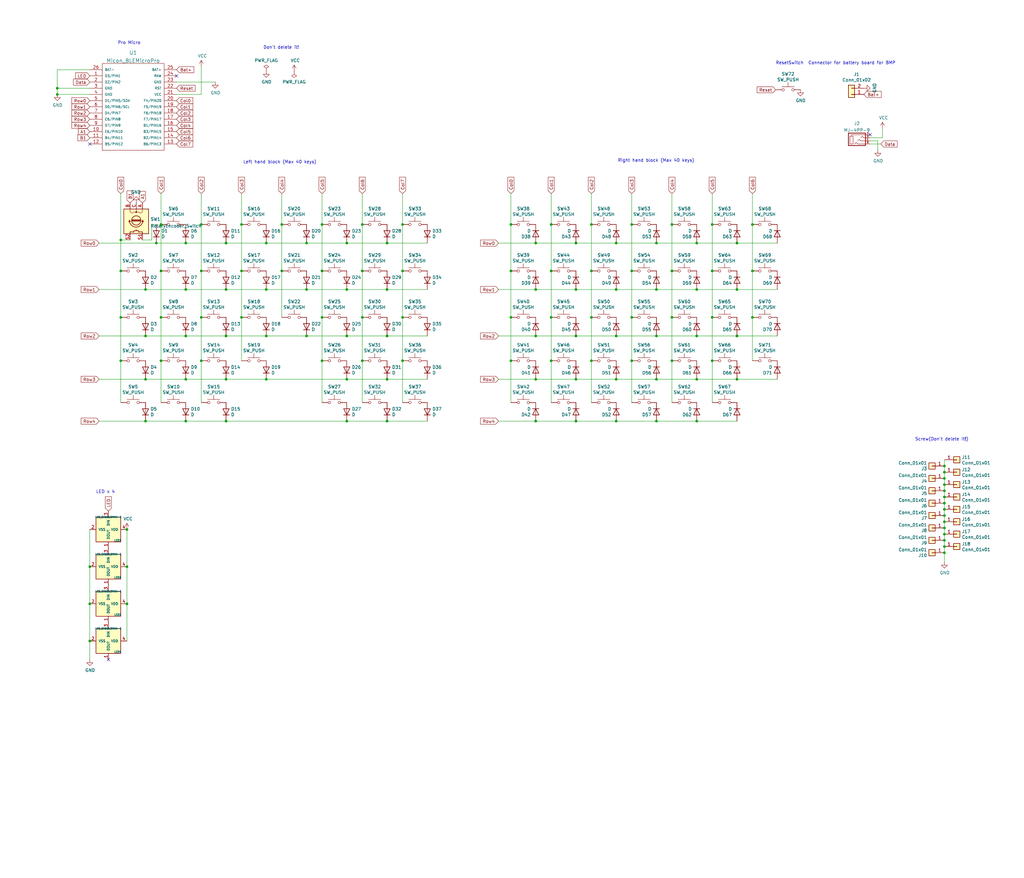
<source format=kicad_sch>
(kicad_sch (version 20211123) (generator eeschema)
  (paper "User" 419.989 360.045)
  (junction (at 226.06 147.955))
  (junction (at 132.08 111.125))
  (junction (at 82.55 92.075))
  (junction (at 109.22 118.745))
  (junction (at 219.71 155.575))
  (junction (at 387.35 191.135))
  (junction (at 275.59 111.125))
  (junction (at 387.35 224.155))
  (junction (at 125.73 118.745))
  (junction (at 292.1 111.125))
  (junction (at 387.35 213.995))
  (junction (at 387.35 221.615))
  (junction (at 275.59 130.175))
  (junction (at 252.73 137.795))
  (junction (at 252.73 155.575))
  (junction (at 242.57 92.075))
  (junction (at 158.75 137.795))
  (junction (at 148.59 147.955))
  (junction (at 387.35 206.375))
  (junction (at 148.59 92.075))
  (junction (at 285.75 137.795))
  (junction (at 142.24 172.72))
  (junction (at 109.22 99.695))
  (junction (at 292.1 130.175))
  (junction (at 269.24 137.795))
  (junction (at 259.08 147.955))
  (junction (at 99.06 111.125))
  (junction (at 59.69 172.72))
  (junction (at 132.08 92.075))
  (junction (at 226.06 111.125))
  (junction (at 219.71 172.72))
  (junction (at 285.75 99.695))
  (junction (at 242.57 111.125))
  (junction (at 66.04 130.175))
  (junction (at 387.35 196.215))
  (junction (at 92.71 118.745))
  (junction (at 209.55 92.075))
  (junction (at 252.73 172.72))
  (junction (at 242.57 130.175))
  (junction (at 76.2 155.575))
  (junction (at 132.08 147.955))
  (junction (at 125.73 99.695))
  (junction (at 292.1 147.955))
  (junction (at 92.71 99.695))
  (junction (at 66.04 111.125))
  (junction (at 275.59 147.955))
  (junction (at 269.24 99.695))
  (junction (at 49.53 130.175))
  (junction (at 165.1 92.075))
  (junction (at 148.59 111.125))
  (junction (at 92.71 137.795))
  (junction (at 165.1 111.125))
  (junction (at 302.26 155.575))
  (junction (at 236.22 137.795))
  (junction (at 66.04 92.075))
  (junction (at 226.06 130.175))
  (junction (at 226.06 92.075))
  (junction (at 64.135 99.695))
  (junction (at 59.69 155.575))
  (junction (at 209.55 147.955))
  (junction (at 109.22 155.575))
  (junction (at 36.83 262.89))
  (junction (at 92.71 155.575))
  (junction (at 82.55 147.955))
  (junction (at 158.75 172.72))
  (junction (at 236.22 99.695))
  (junction (at 269.24 172.72))
  (junction (at 165.1 130.175))
  (junction (at 76.2 137.795))
  (junction (at 52.07 232.41))
  (junction (at 236.22 172.72))
  (junction (at 142.24 137.795))
  (junction (at 36.83 247.65))
  (junction (at 387.35 201.295))
  (junction (at 308.61 130.175))
  (junction (at 242.57 147.955))
  (junction (at 269.24 155.575))
  (junction (at 302.26 99.695))
  (junction (at 302.26 137.795))
  (junction (at 158.75 118.745))
  (junction (at 115.57 92.075))
  (junction (at 132.08 130.175))
  (junction (at 165.1 147.955))
  (junction (at 142.24 155.575))
  (junction (at 99.06 130.175))
  (junction (at 387.35 211.455))
  (junction (at 158.75 99.695))
  (junction (at 209.55 111.125))
  (junction (at 219.71 118.745))
  (junction (at 115.57 111.125))
  (junction (at 76.2 99.695))
  (junction (at 158.75 155.575))
  (junction (at 99.06 92.075))
  (junction (at 142.24 118.745))
  (junction (at 23.495 36.195))
  (junction (at 59.69 118.745))
  (junction (at 387.35 219.075))
  (junction (at 125.73 137.795))
  (junction (at 209.55 130.175))
  (junction (at 76.2 172.72))
  (junction (at 308.61 92.075))
  (junction (at 219.71 137.795))
  (junction (at 148.59 130.175))
  (junction (at 76.2 118.745))
  (junction (at 308.61 111.125))
  (junction (at 49.53 98.425))
  (junction (at 36.83 232.41))
  (junction (at 269.24 118.745))
  (junction (at 387.35 203.835))
  (junction (at 259.08 92.075))
  (junction (at 23.495 38.735))
  (junction (at 236.22 118.745))
  (junction (at 236.22 155.575))
  (junction (at 285.75 118.745))
  (junction (at 59.69 137.795))
  (junction (at 275.59 92.075))
  (junction (at 92.71 172.72))
  (junction (at 387.35 193.675))
  (junction (at 387.35 216.535))
  (junction (at 109.22 137.795))
  (junction (at 52.07 247.65))
  (junction (at 387.35 226.695))
  (junction (at 52.07 217.17))
  (junction (at 49.53 111.125))
  (junction (at 285.75 155.575))
  (junction (at 219.71 99.695))
  (junction (at 82.55 130.175))
  (junction (at 387.35 198.755))
  (junction (at 66.04 147.955))
  (junction (at 82.55 111.125))
  (junction (at 142.24 99.695))
  (junction (at 252.73 99.695))
  (junction (at 302.26 118.745))
  (junction (at 49.53 147.955))
  (junction (at 252.73 118.745))
  (junction (at 259.08 111.125))
  (junction (at 387.35 208.915))
  (junction (at 292.1 92.075))
  (junction (at 285.75 172.72))
  (junction (at 259.08 130.175))
  (no_connect (at 44.45 270.51))
  (no_connect (at 356.87 55.245))
  (no_connect (at 72.39 31.115))
  (no_connect (at 36.83 59.055))
  (wire (pts (xy 387.35 196.215) (xy 387.35 198.755)))
  (wire (pts (xy 236.22 99.695) (xy 252.73 99.695)))
  (wire (pts (xy 387.35 226.695) (xy 387.35 230.505)))
  (wire (pts (xy 308.61 79.375) (xy 308.61 92.075)))
  (wire (pts (xy 109.22 99.695) (xy 125.73 99.695)))
  (wire (pts (xy 76.2 99.695) (xy 92.71 99.695)))
  (wire (pts (xy 252.73 155.575) (xy 269.24 155.575)))
  (wire (pts (xy 204.47 172.72) (xy 219.71 172.72)))
  (wire (pts (xy 275.59 130.175) (xy 275.59 147.955)))
  (wire (pts (xy 115.57 111.125) (xy 115.57 130.175)))
  (wire (pts (xy 165.1 111.125) (xy 165.1 130.175)))
  (wire (pts (xy 148.59 130.175) (xy 148.59 147.955)))
  (wire (pts (xy 125.73 137.795) (xy 142.24 137.795)))
  (wire (pts (xy 219.71 137.795) (xy 236.22 137.795)))
  (wire (pts (xy 132.08 147.955) (xy 132.08 165.1)))
  (wire (pts (xy 36.83 36.195) (xy 23.495 36.195)))
  (wire (pts (xy 356.87 56.515) (xy 361.95 56.515)))
  (wire (pts (xy 23.495 28.575) (xy 23.495 36.195)))
  (wire (pts (xy 165.1 147.955) (xy 165.1 165.1)))
  (wire (pts (xy 252.73 99.695) (xy 269.24 99.695)))
  (wire (pts (xy 308.61 92.075) (xy 308.61 111.125)))
  (wire (pts (xy 387.35 213.995) (xy 387.35 216.535)))
  (wire (pts (xy 387.35 219.075) (xy 387.35 221.615)))
  (wire (pts (xy 142.24 155.575) (xy 158.75 155.575)))
  (wire (pts (xy 308.61 130.175) (xy 308.61 147.955)))
  (wire (pts (xy 209.55 147.955) (xy 209.55 165.1)))
  (wire (pts (xy 82.55 79.375) (xy 82.55 92.075)))
  (wire (pts (xy 275.59 79.375) (xy 275.59 92.075)))
  (wire (pts (xy 269.24 137.795) (xy 285.75 137.795)))
  (wire (pts (xy 148.59 79.375) (xy 148.59 92.075)))
  (wire (pts (xy 76.2 137.795) (xy 92.71 137.795)))
  (wire (pts (xy 259.08 111.125) (xy 259.08 130.175)))
  (wire (pts (xy 99.06 130.175) (xy 99.06 147.955)))
  (wire (pts (xy 292.1 92.075) (xy 292.1 111.125)))
  (wire (pts (xy 219.71 99.695) (xy 236.22 99.695)))
  (wire (pts (xy 259.08 147.955) (xy 259.08 165.1)))
  (wire (pts (xy 269.24 99.695) (xy 285.75 99.695)))
  (wire (pts (xy 302.26 137.795) (xy 318.77 137.795)))
  (wire (pts (xy 226.06 111.125) (xy 226.06 130.175)))
  (wire (pts (xy 387.35 224.155) (xy 387.35 226.695)))
  (wire (pts (xy 92.71 118.745) (xy 109.22 118.745)))
  (wire (pts (xy 242.57 111.125) (xy 242.57 130.175)))
  (wire (pts (xy 125.73 118.745) (xy 142.24 118.745)))
  (wire (pts (xy 132.08 79.375) (xy 132.08 92.075)))
  (wire (pts (xy 275.59 111.125) (xy 275.59 130.175)))
  (wire (pts (xy 49.53 147.955) (xy 49.53 165.1)))
  (wire (pts (xy 219.71 172.72) (xy 236.22 172.72)))
  (wire (pts (xy 259.08 79.375) (xy 259.08 92.075)))
  (wire (pts (xy 76.2 155.575) (xy 92.71 155.575)))
  (wire (pts (xy 49.53 79.375) (xy 49.53 98.425)))
  (wire (pts (xy 259.08 130.175) (xy 259.08 147.955)))
  (wire (pts (xy 361.95 52.705) (xy 361.95 56.515)))
  (wire (pts (xy 109.22 137.795) (xy 125.73 137.795)))
  (wire (pts (xy 88.265 33.655) (xy 72.39 33.655)))
  (wire (pts (xy 387.35 206.375) (xy 387.35 208.915)))
  (wire (pts (xy 275.59 147.955) (xy 275.59 165.1)))
  (wire (pts (xy 387.35 191.135) (xy 387.35 193.675)))
  (wire (pts (xy 49.53 98.425) (xy 53.34 98.425)))
  (wire (pts (xy 158.75 118.745) (xy 175.26 118.745)))
  (wire (pts (xy 99.06 92.075) (xy 99.06 111.125)))
  (wire (pts (xy 59.69 137.795) (xy 40.64 137.795)))
  (wire (pts (xy 209.55 130.175) (xy 209.55 147.955)))
  (wire (pts (xy 292.1 130.175) (xy 292.1 147.955)))
  (wire (pts (xy 275.59 92.075) (xy 275.59 111.125)))
  (wire (pts (xy 115.57 92.075) (xy 115.57 111.125)))
  (wire (pts (xy 285.75 137.795) (xy 302.26 137.795)))
  (wire (pts (xy 82.55 130.175) (xy 82.55 147.955)))
  (wire (pts (xy 302.26 99.695) (xy 318.77 99.695)))
  (wire (pts (xy 49.53 111.125) (xy 49.53 130.175)))
  (wire (pts (xy 132.08 111.125) (xy 132.08 130.175)))
  (wire (pts (xy 219.71 155.575) (xy 236.22 155.575)))
  (wire (pts (xy 158.75 155.575) (xy 175.26 155.575)))
  (wire (pts (xy 387.35 198.755) (xy 387.35 201.295)))
  (wire (pts (xy 242.57 147.955) (xy 242.57 165.1)))
  (wire (pts (xy 142.24 172.72) (xy 158.75 172.72)))
  (wire (pts (xy 269.24 155.575) (xy 285.75 155.575)))
  (wire (pts (xy 204.47 99.695) (xy 219.71 99.695)))
  (wire (pts (xy 92.71 99.695) (xy 109.22 99.695)))
  (wire (pts (xy 236.22 172.72) (xy 252.73 172.72)))
  (wire (pts (xy 23.495 36.195) (xy 23.495 38.735)))
  (wire (pts (xy 387.35 201.295) (xy 387.35 203.835)))
  (wire (pts (xy 142.24 99.695) (xy 158.75 99.695)))
  (wire (pts (xy 52.07 247.65) (xy 52.07 262.89)))
  (wire (pts (xy 387.35 211.455) (xy 387.35 213.995)))
  (wire (pts (xy 387.35 203.835) (xy 387.35 206.375)))
  (wire (pts (xy 66.04 147.955) (xy 66.04 165.1)))
  (wire (pts (xy 62.23 92.075) (xy 64.135 92.075)))
  (wire (pts (xy 109.22 118.745) (xy 125.73 118.745)))
  (wire (pts (xy 59.69 172.72) (xy 76.2 172.72)))
  (wire (pts (xy 82.55 111.125) (xy 82.55 130.175)))
  (wire (pts (xy 59.69 155.575) (xy 40.64 155.575)))
  (wire (pts (xy 165.1 130.175) (xy 165.1 147.955)))
  (wire (pts (xy 148.59 147.955) (xy 148.59 165.1)))
  (wire (pts (xy 82.55 92.075) (xy 82.55 111.125)))
  (wire (pts (xy 387.35 188.595) (xy 387.35 191.135)))
  (wire (pts (xy 66.04 130.175) (xy 66.04 147.955)))
  (wire (pts (xy 142.24 118.745) (xy 158.75 118.745)))
  (wire (pts (xy 49.53 98.425) (xy 49.53 111.125)))
  (wire (pts (xy 292.1 111.125) (xy 292.1 130.175)))
  (wire (pts (xy 132.08 130.175) (xy 132.08 147.955)))
  (wire (pts (xy 269.24 118.745) (xy 285.75 118.745)))
  (wire (pts (xy 165.1 92.075) (xy 165.1 111.125)))
  (wire (pts (xy 36.83 38.735) (xy 23.495 38.735)))
  (wire (pts (xy 226.06 79.375) (xy 226.06 92.075)))
  (wire (pts (xy 285.75 172.72) (xy 302.26 172.72)))
  (wire (pts (xy 356.87 59.055) (xy 361.315 59.055)))
  (wire (pts (xy 76.2 118.745) (xy 92.71 118.745)))
  (wire (pts (xy 59.69 137.795) (xy 76.2 137.795)))
  (wire (pts (xy 209.55 92.075) (xy 209.55 111.125)))
  (wire (pts (xy 66.04 92.075) (xy 66.04 111.125)))
  (wire (pts (xy 92.71 172.72) (xy 142.24 172.72)))
  (wire (pts (xy 158.75 99.695) (xy 175.26 99.695)))
  (wire (pts (xy 82.55 38.735) (xy 82.55 27.305)))
  (wire (pts (xy 285.75 155.575) (xy 302.26 155.575)))
  (wire (pts (xy 236.22 137.795) (xy 252.73 137.795)))
  (wire (pts (xy 252.73 172.72) (xy 269.24 172.72)))
  (wire (pts (xy 252.73 118.745) (xy 269.24 118.745)))
  (wire (pts (xy 242.57 130.175) (xy 242.57 147.955)))
  (wire (pts (xy 99.06 111.125) (xy 99.06 130.175)))
  (wire (pts (xy 292.1 79.375) (xy 292.1 92.075)))
  (wire (pts (xy 292.1 147.955) (xy 292.1 165.1)))
  (wire (pts (xy 36.83 232.41) (xy 36.83 247.65)))
  (wire (pts (xy 158.75 137.795) (xy 175.26 137.795)))
  (wire (pts (xy 142.24 137.795) (xy 158.75 137.795)))
  (wire (pts (xy 36.83 247.65) (xy 36.83 262.89)))
  (wire (pts (xy 226.06 92.075) (xy 226.06 111.125)))
  (wire (pts (xy 59.69 155.575) (xy 76.2 155.575)))
  (wire (pts (xy 132.08 92.075) (xy 132.08 111.125)))
  (wire (pts (xy 285.75 118.745) (xy 302.26 118.745)))
  (wire (pts (xy 59.69 118.745) (xy 76.2 118.745)))
  (wire (pts (xy 269.24 172.72) (xy 285.75 172.72)))
  (wire (pts (xy 52.07 232.41) (xy 52.07 247.65)))
  (wire (pts (xy 242.57 79.375) (xy 242.57 92.075)))
  (wire (pts (xy 148.59 111.125) (xy 148.59 130.175)))
  (wire (pts (xy 236.22 155.575) (xy 252.73 155.575)))
  (wire (pts (xy 72.39 38.735) (xy 82.55 38.735)))
  (wire (pts (xy 82.55 147.955) (xy 82.55 165.1)))
  (wire (pts (xy 259.08 92.075) (xy 259.08 111.125)))
  (wire (pts (xy 99.06 79.375) (xy 99.06 92.075)))
  (wire (pts (xy 49.53 130.175) (xy 49.53 147.955)))
  (wire (pts (xy 387.35 216.535) (xy 387.35 219.075)))
  (wire (pts (xy 242.57 92.075) (xy 242.57 111.125)))
  (wire (pts (xy 109.22 155.575) (xy 142.24 155.575)))
  (wire (pts (xy 59.69 118.745) (xy 40.64 118.745)))
  (wire (pts (xy 165.1 79.375) (xy 165.1 92.075)))
  (wire (pts (xy 219.71 118.745) (xy 236.22 118.745)))
  (wire (pts (xy 36.83 217.17) (xy 36.83 232.41)))
  (wire (pts (xy 226.06 147.955) (xy 226.06 165.1)))
  (wire (pts (xy 92.71 137.795) (xy 109.22 137.795)))
  (wire (pts (xy 158.75 172.72) (xy 175.26 172.72)))
  (wire (pts (xy 252.73 137.795) (xy 269.24 137.795)))
  (wire (pts (xy 58.42 98.425) (xy 62.23 98.425)))
  (wire (pts (xy 66.04 79.375) (xy 66.04 92.075)))
  (wire (pts (xy 236.22 118.745) (xy 252.73 118.745)))
  (wire (pts (xy 360.045 57.785) (xy 360.045 61.595)))
  (wire (pts (xy 209.55 79.375) (xy 209.55 92.075)))
  (wire (pts (xy 76.2 172.72) (xy 92.71 172.72)))
  (wire (pts (xy 62.23 98.425) (xy 62.23 92.075)))
  (wire (pts (xy 209.55 111.125) (xy 209.55 130.175)))
  (wire (pts (xy 92.71 155.575) (xy 109.22 155.575)))
  (wire (pts (xy 226.06 130.175) (xy 226.06 147.955)))
  (wire (pts (xy 52.07 217.17) (xy 52.07 232.41)))
  (wire (pts (xy 308.61 111.125) (xy 308.61 130.175)))
  (wire (pts (xy 59.69 172.72) (xy 40.64 172.72)))
  (wire (pts (xy 115.57 79.375) (xy 115.57 92.075)))
  (wire (pts (xy 36.83 262.89) (xy 36.83 270.51)))
  (wire (pts (xy 302.26 155.575) (xy 318.77 155.575)))
  (wire (pts (xy 285.75 99.695) (xy 302.26 99.695)))
  (wire (pts (xy 387.35 193.675) (xy 387.35 196.215)))
  (wire (pts (xy 148.59 92.075) (xy 148.59 111.125)))
  (wire (pts (xy 204.47 118.745) (xy 219.71 118.745)))
  (wire (pts (xy 204.47 137.795) (xy 219.71 137.795)))
  (wire (pts (xy 302.26 118.745) (xy 318.77 118.745)))
  (wire (pts (xy 66.04 111.125) (xy 66.04 130.175)))
  (wire (pts (xy 36.83 28.575) (xy 23.495 28.575)))
  (wire (pts (xy 356.87 57.785) (xy 360.045 57.785)))
  (wire (pts (xy 64.135 99.695) (xy 76.2 99.695)))
  (wire (pts (xy 387.35 208.915) (xy 387.35 211.455)))
  (wire (pts (xy 40.64 99.695) (xy 64.135 99.695)))
  (wire (pts (xy 204.47 155.575) (xy 219.71 155.575)))
  (wire (pts (xy 387.35 221.615) (xy 387.35 224.155)))
  (wire (pts (xy 125.73 99.695) (xy 142.24 99.695)))
  (text "Connector for battery board for BMP" (at 331.47 26.67 0) (effects (font (size 1.27 1.27)) (justify left bottom)))
  (text "Pro Micro" (at 48.26 18.415 0) (effects (font (size 1.27 1.27)) (justify left bottom)))
  (text "Don't delete it!" (at 107.95 20.32 0) (effects (font (size 1.27 1.27)) (justify left bottom)))
  (text "Left hand block (Max 40 keys)" (at 99.695 67.31 0) (effects (font (size 1.27 1.27)) (justify left bottom)))
  (text "Screw(Don't delete it!)" (at 375.285 180.975 0) (effects (font (size 1.27 1.27)) (justify left bottom)))
  (text "ResetSwitch" (at 318.135 26.67 0) (effects (font (size 1.27 1.27)) (justify left bottom)))
  (text "LED x 4" (at 39.37 202.565 0) (effects (font (size 1.27 1.27)) (justify left bottom)))
  (text "Right hand block (Max 40 keys)" (at 253.365 66.675 0) (effects (font (size 1.27 1.27)) (justify left bottom)))
  (global_label "Row0" (shape input) (at 40.64 99.695 180) (property "Intersheet References" "${INTERSHEET_REFS}" (effects hide)))
  (global_label "B1" (shape input) (at 53.34 83.185 90) (property "Intersheet References" "${INTERSHEET_REFS}" (effects hide)))
  (global_label "Row1" (shape input) (at 204.47 118.745 180) (property "Intersheet References" "${INTERSHEET_REFS}" (effects hide)))
  (global_label "Bat+" (shape input) (at 72.39 28.575 0) (property "Intersheet References" "${INTERSHEET_REFS}" (effects hide)))
  (global_label "Reset" (shape input) (at 72.39 36.195 0) (property "Intersheet References" "${INTERSHEET_REFS}" (effects hide)))
  (global_label "Col6" (shape input) (at 72.39 56.515 0) (property "Intersheet References" "${INTERSHEET_REFS}" (effects hide)))
  (global_label "Row4" (shape input) (at 36.83 51.435 180) (property "Intersheet References" "${INTERSHEET_REFS}" (effects hide)))
  (global_label "Col4" (shape input) (at 72.39 51.435 0) (property "Intersheet References" "${INTERSHEET_REFS}" (effects hide)))
  (global_label "Row2" (shape input) (at 40.64 137.795 180) (property "Intersheet References" "${INTERSHEET_REFS}" (effects hide)))
  (global_label "Row2" (shape input) (at 204.47 137.795 180) (property "Intersheet References" "${INTERSHEET_REFS}" (effects hide)))
  (global_label "Row3" (shape input) (at 40.64 155.575 180) (property "Intersheet References" "${INTERSHEET_REFS}" (effects hide)))
  (global_label "Bat+" (shape input) (at 354.33 38.735 0) (property "Intersheet References" "${INTERSHEET_REFS}" (effects hide)))
  (global_label "Data" (shape input) (at 361.315 59.055 0) (property "Intersheet References" "${INTERSHEET_REFS}" (effects hide)))
  (global_label "Row0" (shape input) (at 204.47 99.695 180) (property "Intersheet References" "${INTERSHEET_REFS}" (effects hide)))
  (global_label "Col3" (shape input) (at 72.39 48.895 0) (property "Intersheet References" "${INTERSHEET_REFS}" (effects hide)))
  (global_label "A1" (shape input) (at 36.83 53.975 180) (property "Intersheet References" "${INTERSHEET_REFS}" (effects hide)))
  (global_label "A1" (shape input) (at 58.42 83.185 90) (property "Intersheet References" "${INTERSHEET_REFS}" (effects hide)))
  (global_label "LED" (shape input) (at 44.45 209.55 90) (property "Intersheet References" "${INTERSHEET_REFS}" (effects hide)))
  (global_label "Row4" (shape input) (at 40.64 172.72 180) (property "Intersheet References" "${INTERSHEET_REFS}" (effects hide)))
  (global_label "Col0" (shape input) (at 49.53 79.375 90) (property "Intersheet References" "${INTERSHEET_REFS}" (effects hide)))
  (global_label "Row1" (shape input) (at 36.83 43.815 180) (property "Intersheet References" "${INTERSHEET_REFS}" (effects hide)))
  (global_label "Col2" (shape input) (at 72.39 46.355 0) (property "Intersheet References" "${INTERSHEET_REFS}" (effects hide)))
  (global_label "Col2" (shape input) (at 242.57 79.375 90) (property "Intersheet References" "${INTERSHEET_REFS}" (effects hide)))
  (global_label "Col4" (shape input) (at 115.57 79.375 90) (property "Intersheet References" "${INTERSHEET_REFS}" (effects hide)))
  (global_label "Col2" (shape input) (at 82.55 79.375 90) (property "Intersheet References" "${INTERSHEET_REFS}" (effects hide)))
  (global_label "Col0" (shape input) (at 72.39 41.275 0) (property "Intersheet References" "${INTERSHEET_REFS}" (effects hide)))
  (global_label "Col7" (shape input) (at 165.1 79.375 90) (property "Intersheet References" "${INTERSHEET_REFS}" (effects hide)))
  (global_label "Col3" (shape input) (at 259.08 79.375 90) (property "Intersheet References" "${INTERSHEET_REFS}" (effects hide)))
  (global_label "Row4" (shape input) (at 204.47 172.72 180) (property "Intersheet References" "${INTERSHEET_REFS}" (effects hide)))
  (global_label "Row1" (shape input) (at 40.64 118.745 180) (property "Intersheet References" "${INTERSHEET_REFS}" (effects hide)))
  (global_label "Col3" (shape input) (at 99.06 79.375 90) (property "Intersheet References" "${INTERSHEET_REFS}" (effects hide)))
  (global_label "Data" (shape input) (at 36.83 33.655 180) (property "Intersheet References" "${INTERSHEET_REFS}" (effects hide)))
  (global_label "Row3" (shape input) (at 36.83 48.895 180) (property "Intersheet References" "${INTERSHEET_REFS}" (effects hide)))
  (global_label "Col5" (shape input) (at 292.1 79.375 90) (property "Intersheet References" "${INTERSHEET_REFS}" (effects hide)))
  (global_label "LED" (shape input) (at 36.83 31.115 180) (property "Intersheet References" "${INTERSHEET_REFS}" (effects hide)))
  (global_label "Col0" (shape input) (at 209.55 79.375 90) (property "Intersheet References" "${INTERSHEET_REFS}" (effects hide)))
  (global_label "Row2" (shape input) (at 36.83 46.355 180) (property "Intersheet References" "${INTERSHEET_REFS}" (effects hide)))
  (global_label "Col5" (shape input) (at 132.08 79.375 90) (property "Intersheet References" "${INTERSHEET_REFS}" (effects hide)))
  (global_label "Col1" (shape input) (at 226.06 79.375 90) (property "Intersheet References" "${INTERSHEET_REFS}" (effects hide)))
  (global_label "Col5" (shape input) (at 72.39 53.975 0) (property "Intersheet References" "${INTERSHEET_REFS}" (effects hide)))
  (global_label "Col4" (shape input) (at 275.59 79.375 90) (property "Intersheet References" "${INTERSHEET_REFS}" (effects hide)))
  (global_label "Row3" (shape input) (at 204.47 155.575 180) (property "Intersheet References" "${INTERSHEET_REFS}" (effects hide)))
  (global_label "B1" (shape input) (at 36.83 56.515 180) (property "Intersheet References" "${INTERSHEET_REFS}" (effects hide)))
  (global_label "Col6" (shape input) (at 308.61 79.375 90) (property "Intersheet References" "${INTERSHEET_REFS}" (effects hide)))
  (global_label "Col7" (shape input) (at 72.39 59.055 0) (property "Intersheet References" "${INTERSHEET_REFS}" (effects hide)))
  (global_label "Col1" (shape input) (at 66.04 79.375 90) (property "Intersheet References" "${INTERSHEET_REFS}" (effects hide)))
  (global_label "Reset" (shape input) (at 318.135 36.83 180) (property "Intersheet References" "${INTERSHEET_REFS}" (effects hide)))
  (global_label "Col6" (shape input) (at 148.59 79.375 90) (property "Intersheet References" "${INTERSHEET_REFS}" (effects hide)))
  (global_label "Col1" (shape input) (at 72.39 43.815 0) (property "Intersheet References" "${INTERSHEET_REFS}" (effects hide)))
  (global_label "Row0" (shape input) (at 36.83 41.275 180) (property "Intersheet References" "${INTERSHEET_REFS}" (effects hide)))
  (symbol (lib_id "power:PWR_FLAG") (at 109.22 29.21 0) (unit 1)
    (property "Reference" "#FLG01" (effects hide))
    (property "Value" "PWR_FLAG" (at 109.22 24.7904 0))
  )
  (symbol (lib_id "power:PWR_FLAG") (at 120.65 29.21 180) (unit 1)
    (property "Reference" "#FLG02" (effects hide))
    (property "Value" "PWR_FLAG" (at 120.65 33.6042 0))
  )
  (symbol (lib_id "power:GND") (at 109.22 29.21 0) (unit 1)
    (property "Reference" "#PWR07" (effects hide))
    (property "Value" "GND" (at 109.347 33.6042 0))
  )
  (symbol (lib_id "power:VCC") (at 120.65 29.21 0) (unit 1)
    (property "Reference" "#PWR08" (effects hide))
    (property "Value" "VCC" (at 121.0818 24.8158 0))
  )
  (symbol (lib_id "power:GND") (at 88.265 33.655 0) (unit 1)
    (property "Reference" "#PWR06" (effects hide))
    (property "Value" "GND" (at 88.392 38.0492 0))
  )
  (symbol (lib_id "power:VCC") (at 82.55 27.305 0) (unit 1)
    (property "Reference" "#PWR05" (effects hide))
    (property "Value" "VCC" (at 82.9818 22.9108 0))
  )
  (symbol (lib_id "power:GND") (at 23.495 38.735 0) (unit 1)
    (property "Reference" "#PWR01" (effects hide))
    (property "Value" "GND" (at 23.622 43.1292 0))
  )
  (symbol (lib_id "Switch:SW_Push") (at 71.12 92.075 0) (unit 1)
    (property "Reference" "SW6" (at 71.12 85.598 0))
    (property "Value" "SW_PUSH" (at 71.12 87.9094 0))
    (property "Footprint" "kbd_SW:CherryMX_Hotswap_1u" (effects hide))
  )
  (symbol (lib_id "Switch:SW_Push") (at 120.65 92.075 0) (unit 1)
    (property "Reference" "SW20" (at 120.65 85.598 0))
    (property "Value" "SW_PUSH" (at 120.65 87.9094 0))
    (property "Footprint" "kbd_SW:CherryMX_Hotswap_1u" (effects hide))
  )
  (symbol (lib_id "Switch:SW_Push") (at 54.61 111.125 0) (unit 1)
    (property "Reference" "SW2" (at 54.61 104.648 0))
    (property "Value" "SW_PUSH" (at 54.61 106.9594 0))
    (property "Footprint" "kbd_SW:CherryMX_Hotswap_1u" (effects hide))
  )
  (symbol (lib_id "Switch:SW_Push") (at 71.12 111.125 0) (unit 1)
    (property "Reference" "SW7" (at 71.12 104.648 0))
    (property "Value" "SW_PUSH" (at 71.12 106.9594 0))
    (property "Footprint" "kbd_SW:CherryMX_Hotswap_1u" (effects hide))
  )
  (symbol (lib_id "Device:D") (at 125.73 95.885 90) (unit 1)
    (property "Reference" "D20" (at 127.7366 94.7166 90) (effects (justify right)))
    (property "Value" "D" (at 127.7366 97.028 90) (effects (justify right)))
    (property "Footprint" "kbd_Parts:Diode_TH_SMD" (effects hide))
  )
  (symbol (lib_id "Device:D") (at 76.2 95.885 90) (unit 1)
    (property "Reference" "D6" (at 78.2066 94.7166 90) (effects (justify right)))
    (property "Value" "D" (at 78.2066 97.028 90) (effects (justify right)))
    (property "Footprint" "kbd_Parts:Diode_TH_SMD" (effects hide))
  )
  (symbol (lib_id "Device:D") (at 76.2 114.935 90) (unit 1)
    (property "Reference" "D7" (at 78.2066 113.7666 90) (effects (justify right)))
    (property "Value" "D" (at 78.2066 116.078 90) (effects (justify right)))
    (property "Footprint" "kbd_Parts:Diode_TH_SMD" (effects hide))
  )
  (symbol (lib_id "Device:D") (at 59.69 114.935 90) (unit 1)
    (property "Reference" "D2" (at 61.6966 113.7666 90) (effects (justify right)))
    (property "Value" "D" (at 61.6966 116.078 90) (effects (justify right)))
    (property "Footprint" "kbd_Parts:Diode_TH_SMD" (effects hide))
  )
  (symbol (lib_id "Switch:SW_Push") (at 323.215 36.83 0) (unit 1)
    (property "Reference" "SW72" (at 323.215 30.353 0))
    (property "Value" "SW_PUSH" (at 323.215 32.6644 0))
    (property "Footprint" "kbd_Parts:ResetSW" (effects hide))
  )
  (symbol (lib_id "power:GND") (at 328.295 36.83 0) (unit 1)
    (property "Reference" "#PWR09" (effects hide))
    (property "Value" "GND" (at 328.422 41.2242 0))
  )
  (symbol (lib_id "Switch:SW_Push") (at 104.14 92.075 0) (unit 1)
    (property "Reference" "SW16" (at 104.14 85.598 0))
    (property "Value" "SW_PUSH" (at 104.14 87.9094 0))
    (property "Footprint" "kbd_SW:CherryMX_Hotswap_1u" (effects hide))
  )
  (symbol (lib_id "Switch:SW_Push") (at 120.65 111.125 0) (unit 1)
    (property "Reference" "SW21" (at 120.65 104.648 0))
    (property "Value" "SW_PUSH" (at 120.65 106.9594 0))
    (property "Footprint" "kbd_SW:CherryMX_Hotswap_1u" (effects hide))
  )
  (symbol (lib_id "Switch:SW_Push") (at 137.16 92.075 0) (unit 1)
    (property "Reference" "SW23" (at 137.16 85.598 0))
    (property "Value" "SW_PUSH" (at 137.16 87.9094 0))
    (property "Footprint" "kbd_SW:CherryMX_Hotswap_1u" (effects hide))
  )
  (symbol (lib_id "Switch:SW_Push") (at 87.63 92.075 0) (unit 1)
    (property "Reference" "SW11" (at 87.63 85.598 0))
    (property "Value" "SW_PUSH" (at 87.63 87.9094 0))
    (property "Footprint" "kbd_SW:CherryMX_Hotswap_1u" (effects hide))
  )
  (symbol (lib_id "Switch:SW_Push") (at 104.14 130.175 0) (unit 1)
    (property "Reference" "SW18" (at 104.14 123.698 0))
    (property "Value" "SW_PUSH" (at 104.14 126.0094 0))
    (property "Footprint" "kbd_SW:CherryMX_Hotswap_1u" (effects hide))
  )
  (symbol (lib_id "Switch:SW_Push") (at 104.14 111.125 0) (unit 1)
    (property "Reference" "SW17" (at 104.14 104.648 0))
    (property "Value" "SW_PUSH" (at 104.14 106.9594 0))
    (property "Footprint" "kbd_SW:CherryMX_Hotswap_1u" (effects hide))
  )
  (symbol (lib_id "Switch:SW_Push") (at 137.16 111.125 0) (unit 1)
    (property "Reference" "SW24" (at 137.16 104.648 0))
    (property "Value" "SW_PUSH" (at 137.16 106.9594 0))
    (property "Footprint" "kbd_SW:CherryMX_Hotswap_1u" (effects hide))
  )
  (symbol (lib_id "Switch:SW_Push") (at 87.63 111.125 0) (unit 1)
    (property "Reference" "SW12" (at 87.63 104.648 0))
    (property "Value" "SW_PUSH" (at 87.63 106.9594 0))
    (property "Footprint" "kbd_SW:CherryMX_Hotswap_1u" (effects hide))
  )
  (symbol (lib_id "Switch:SW_Push") (at 54.61 130.175 0) (unit 1)
    (property "Reference" "SW3" (at 54.61 123.698 0))
    (property "Value" "SW_PUSH" (at 54.61 126.0094 0))
    (property "Footprint" "kbd_SW:CherryMX_Hotswap_1u" (effects hide))
  )
  (symbol (lib_id "Switch:SW_Push") (at 54.61 147.955 0) (unit 1)
    (property "Reference" "SW4" (at 54.61 141.478 0))
    (property "Value" "SW_PUSH" (at 54.61 143.7894 0))
    (property "Footprint" "kbd_SW:CherryMX_Hotswap_1u" (effects hide))
  )
  (symbol (lib_id "Switch:SW_Push") (at 71.12 130.175 0) (unit 1)
    (property "Reference" "SW8" (at 71.12 123.698 0))
    (property "Value" "SW_PUSH" (at 71.12 126.0094 0))
    (property "Footprint" "kbd_SW:CherryMX_Hotswap_1u" (effects hide))
  )
  (symbol (lib_id "Switch:SW_Push") (at 71.12 147.955 0) (unit 1)
    (property "Reference" "SW9" (at 71.12 141.478 0))
    (property "Value" "SW_PUSH" (at 71.12 143.7894 0))
    (property "Footprint" "kbd_SW:CherryMX_Hotswap_1u" (effects hide))
  )
  (symbol (lib_id "Switch:SW_Push") (at 87.63 130.175 0) (unit 1)
    (property "Reference" "SW13" (at 87.63 123.698 0))
    (property "Value" "SW_PUSH" (at 87.63 126.0094 0))
    (property "Footprint" "kbd_SW:CherryMX_Hotswap_1u" (effects hide))
  )
  (symbol (lib_id "Switch:SW_Push") (at 104.14 147.955 0) (unit 1)
    (property "Reference" "SW19" (at 104.14 141.478 0))
    (property "Value" "SW_PUSH" (at 104.14 143.7894 0))
    (property "Footprint" "kbd_SW:CherryMX_Hotswap_2u" (effects hide))
  )
  (symbol (lib_id "Switch:SW_Push") (at 137.16 147.955 0) (unit 1)
    (property "Reference" "SW26" (at 137.16 141.478 0))
    (property "Value" "SW_PUSH" (at 137.16 143.7894 0))
    (property "Footprint" "kbd_SW:CherryMX_Hotswap_2u" (effects hide))
  )
  (symbol (lib_id "Switch:SW_Push") (at 137.16 130.175 0) (unit 1)
    (property "Reference" "SW25" (at 137.16 123.698 0))
    (property "Value" "SW_PUSH" (at 137.16 126.0094 0))
    (property "Footprint" "kbd_SW:CherryMX_Hotswap_1u" (effects hide))
  )
  (symbol (lib_id "Device:D") (at 92.71 95.885 90) (unit 1)
    (property "Reference" "D11" (at 94.7166 94.7166 90) (effects (justify right)))
    (property "Value" "D" (at 94.7166 97.028 90) (effects (justify right)))
    (property "Footprint" "kbd_Parts:Diode_TH_SMD" (effects hide))
  )
  (symbol (lib_id "Device:D") (at 109.22 95.885 90) (unit 1)
    (property "Reference" "D16" (at 111.2266 94.7166 90) (effects (justify right)))
    (property "Value" "D" (at 111.2266 97.028 90) (effects (justify right)))
    (property "Footprint" "kbd_Parts:Diode_TH_SMD" (effects hide))
  )
  (symbol (lib_id "Device:D") (at 142.24 95.885 90) (unit 1)
    (property "Reference" "D23" (at 144.2466 94.7166 90) (effects (justify right)))
    (property "Value" "D" (at 144.2466 97.028 90) (effects (justify right)))
    (property "Footprint" "kbd_Parts:Diode_TH_SMD" (effects hide))
  )
  (symbol (lib_id "Device:D") (at 142.24 114.935 90) (unit 1)
    (property "Reference" "D24" (at 144.2466 113.7666 90) (effects (justify right)))
    (property "Value" "D" (at 144.2466 116.078 90) (effects (justify right)))
    (property "Footprint" "kbd_Parts:Diode_TH_SMD" (effects hide))
  )
  (symbol (lib_id "Device:D") (at 142.24 133.985 90) (unit 1)
    (property "Reference" "D25" (at 144.2466 132.8166 90) (effects (justify right)))
    (property "Value" "D" (at 144.2466 135.128 90) (effects (justify right)))
    (property "Footprint" "kbd_Parts:Diode_TH_SMD" (effects hide))
  )
  (symbol (lib_id "Device:D") (at 142.24 151.765 90) (unit 1)
    (property "Reference" "D26" (at 144.2466 150.5966 90) (effects (justify right)))
    (property "Value" "D" (at 144.2466 152.908 90) (effects (justify right)))
    (property "Footprint" "kbd_Parts:Diode_TH_SMD" (effects hide))
  )
  (symbol (lib_id "Device:D") (at 109.22 114.935 90) (unit 1)
    (property "Reference" "D17" (at 111.2266 113.7666 90) (effects (justify right)))
    (property "Value" "D" (at 111.2266 116.078 90) (effects (justify right)))
    (property "Footprint" "kbd_Parts:Diode_TH_SMD" (effects hide))
  )
  (symbol (lib_id "Device:D") (at 92.71 114.935 90) (unit 1)
    (property "Reference" "D12" (at 94.7166 113.7666 90) (effects (justify right)))
    (property "Value" "D" (at 94.7166 116.078 90) (effects (justify right)))
    (property "Footprint" "kbd_Parts:Diode_TH_SMD" (effects hide))
  )
  (symbol (lib_id "Device:D") (at 92.71 133.985 90) (unit 1)
    (property "Reference" "D13" (at 94.7166 132.8166 90) (effects (justify right)))
    (property "Value" "D" (at 94.7166 135.128 90) (effects (justify right)))
    (property "Footprint" "kbd_Parts:Diode_TH_SMD" (effects hide))
  )
  (symbol (lib_id "Device:D") (at 109.22 133.985 90) (unit 1)
    (property "Reference" "D18" (at 111.2266 132.8166 90) (effects (justify right)))
    (property "Value" "D" (at 111.2266 135.128 90) (effects (justify right)))
    (property "Footprint" "kbd_Parts:Diode_TH_SMD" (effects hide))
  )
  (symbol (lib_id "Device:D") (at 109.22 151.765 90) (unit 1)
    (property "Reference" "D19" (at 111.2266 150.5966 90) (effects (justify right)))
    (property "Value" "D" (at 111.2266 152.908 90) (effects (justify right)))
    (property "Footprint" "kbd_Parts:Diode_TH_SMD" (effects hide))
  )
  (symbol (lib_id "Device:D") (at 76.2 151.765 90) (unit 1)
    (property "Reference" "D9" (at 78.2066 150.5966 90) (effects (justify right)))
    (property "Value" "D" (at 78.2066 152.908 90) (effects (justify right)))
    (property "Footprint" "kbd_Parts:Diode_TH_SMD" (effects hide))
  )
  (symbol (lib_id "Device:D") (at 76.2 133.985 90) (unit 1)
    (property "Reference" "D8" (at 78.2066 132.8166 90) (effects (justify right)))
    (property "Value" "D" (at 78.2066 135.128 90) (effects (justify right)))
    (property "Footprint" "kbd_Parts:Diode_TH_SMD" (effects hide))
  )
  (symbol (lib_id "Device:D") (at 59.69 133.985 90) (unit 1)
    (property "Reference" "D3" (at 61.6966 132.8166 90) (effects (justify right)))
    (property "Value" "D" (at 61.6966 135.128 90) (effects (justify right)))
    (property "Footprint" "kbd_Parts:Diode_TH_SMD" (effects hide))
  )
  (symbol (lib_id "Device:D") (at 59.69 151.765 90) (unit 1)
    (property "Reference" "D4" (at 61.6966 150.5966 90) (effects (justify right)))
    (property "Value" "D" (at 61.6966 152.908 90) (effects (justify right)))
    (property "Footprint" "kbd_Parts:Diode_TH_SMD" (effects hide))
  )
  (symbol (lib_id "Switch:SW_Push") (at 54.61 165.1 0) (unit 1)
    (property "Reference" "SW5" (at 54.61 158.623 0))
    (property "Value" "SW_PUSH" (at 54.61 160.9344 0))
    (property "Footprint" "kbd_SW:CherryMX_Hotswap_1u" (effects hide))
  )
  (symbol (lib_id "Switch:SW_Push") (at 71.12 165.1 0) (unit 1)
    (property "Reference" "SW10" (at 71.12 158.623 0))
    (property "Value" "SW_PUSH" (at 71.12 160.9344 0))
    (property "Footprint" "kbd_SW:CherryMX_Hotswap_1u" (effects hide))
  )
  (symbol (lib_id "Switch:SW_Push") (at 87.63 165.1 0) (unit 1)
    (property "Reference" "SW15" (at 87.63 158.623 0))
    (property "Value" "SW_PUSH" (at 87.63 160.9344 0))
    (property "Footprint" "kbd_SW:CherryMX_Hotswap_1u" (effects hide))
  )
  (symbol (lib_id "Switch:SW_Push") (at 137.16 165.1 0) (unit 1)
    (property "Reference" "SW27" (at 137.16 158.623 0))
    (property "Value" "SW_PUSH" (at 137.16 160.9344 0))
    (property "Footprint" "kbd_SW:CherryMX_Hotswap_1u" (effects hide))
  )
  (symbol (lib_id "Device:D") (at 59.69 168.91 90) (unit 1)
    (property "Reference" "D5" (at 61.6966 167.7416 90) (effects (justify right)))
    (property "Value" "D" (at 61.6966 170.053 90) (effects (justify right)))
    (property "Footprint" "kbd_Parts:Diode_TH_SMD" (effects hide))
  )
  (symbol (lib_id "Device:D") (at 76.2 168.91 90) (unit 1)
    (property "Reference" "D10" (at 78.2066 167.7416 90) (effects (justify right)))
    (property "Value" "D" (at 78.2066 170.053 90) (effects (justify right)))
    (property "Footprint" "kbd_Parts:Diode_TH_SMD" (effects hide))
  )
  (symbol (lib_id "Device:D") (at 92.71 168.91 90) (unit 1)
    (property "Reference" "D15" (at 94.7166 167.7416 90) (effects (justify right)))
    (property "Value" "D" (at 94.7166 170.053 90) (effects (justify right)))
    (property "Footprint" "kbd_Parts:Diode_TH_SMD" (effects hide))
  )
  (symbol (lib_id "Device:D") (at 142.24 168.91 90) (unit 1)
    (property "Reference" "D27" (at 144.2466 167.7416 90) (effects (justify right)))
    (property "Value" "D" (at 144.2466 170.053 90) (effects (justify right)))
    (property "Footprint" "kbd_Parts:Diode_TH_SMD" (effects hide))
  )
  (symbol (lib_id "power:VCC") (at 52.07 217.17 0) (unit 1)
    (property "Reference" "#PWR03" (effects hide))
    (property "Value" "VCC" (at 52.5018 212.7758 0))
  )
  (symbol (lib_id "power:GND") (at 36.83 270.51 0) (unit 1)
    (property "Reference" "#PWR02" (effects hide))
    (property "Value" "GND" (at 36.957 274.9042 0))
  )
  (symbol (lib_id "Connector_Generic:Conn_01x01") (at 392.43 208.915 0) (unit 1)
    (property "Reference" "J15" (at 394.462 207.8482 0) (effects (justify left)))
    (property "Value" "Conn_01x01" (at 394.462 210.1596 0) (effects (justify left)))
    (property "Footprint" "kbd_Hole:m2_Screw_Hole_EdgeCuts" (effects hide))
  )
  (symbol (lib_id "Connector_Generic:Conn_01x01") (at 382.27 211.455 180) (unit 1)
    (property "Reference" "J7" (at 380.238 212.5218 0) (effects (justify left)))
    (property "Value" "Conn_01x01" (at 380.238 210.2104 0) (effects (justify left)))
    (property "Footprint" "kbd_Hole:m2_Screw_Hole_Fab" (effects hide))
  )
  (symbol (lib_id "power:GND") (at 387.35 230.505 0) (unit 1)
    (property "Reference" "#PWR013" (effects hide))
    (property "Value" "GND" (at 387.477 234.8992 0))
  )
  (symbol (lib_id "Connector_Generic:Conn_01x01") (at 392.43 213.995 0) (unit 1)
    (property "Reference" "J16" (at 394.462 212.9282 0) (effects (justify left)))
    (property "Value" "Conn_01x01" (at 394.462 215.2396 0) (effects (justify left)))
    (property "Footprint" "kbd_Hole:m2_Screw_Hole_Fab" (effects hide))
  )
  (symbol (lib_id "Connector_Generic:Conn_01x01") (at 382.27 216.535 180) (unit 1)
    (property "Reference" "J8" (at 380.238 217.6018 0) (effects (justify left)))
    (property "Value" "Conn_01x01" (at 380.238 215.2904 0) (effects (justify left)))
    (property "Footprint" "kbd_Hole:m2_Screw_Hole_Fab" (effects hide))
  )
  (symbol (lib_id "Device:D") (at 92.71 151.765 90) (unit 1)
    (property "Reference" "D14" (at 94.7166 150.5966 90) (effects (justify right)))
    (property "Value" "D" (at 94.7166 152.908 90) (effects (justify right)))
    (property "Footprint" "kbd_Parts:Diode_TH_SMD" (effects hide))
  )
  (symbol (lib_id "Switch:SW_Push") (at 87.63 147.955 0) (unit 1)
    (property "Reference" "SW14" (at 87.63 141.478 0))
    (property "Value" "SW_PUSH" (at 87.63 143.7894 0))
    (property "Footprint" "kbd_SW:CherryMX_Hotswap_1u" (effects hide))
  )
  (symbol (lib_id "Device:D") (at 158.75 168.91 90) (unit 1)
    (property "Reference" "D32" (at 160.7566 167.7416 90) (effects (justify right)))
    (property "Value" "D" (at 160.7566 170.053 90) (effects (justify right)))
    (property "Footprint" "kbd_Parts:Diode_TH_SMD" (effects hide))
  )
  (symbol (lib_id "Switch:SW_Push") (at 153.67 165.1 0) (unit 1)
    (property "Reference" "SW32" (at 153.67 158.623 0))
    (property "Value" "SW_PUSH" (at 153.67 160.9344 0))
    (property "Footprint" "kbd_SW:CherryMX_Hotswap_1u" (effects hide))
  )
  (symbol (lib_id "Switch:SW_Push") (at 153.67 147.955 0) (unit 1)
    (property "Reference" "SW31" (at 153.67 141.478 0))
    (property "Value" "SW_PUSH" (at 153.67 143.7894 0))
    (property "Footprint" "kbd_SW:CherryMX_Hotswap_1u" (effects hide))
  )
  (symbol (lib_id "Switch:SW_Push") (at 153.67 130.175 0) (unit 1)
    (property "Reference" "SW30" (at 153.67 123.698 0))
    (property "Value" "SW_PUSH" (at 153.67 126.0094 0))
    (property "Footprint" "kbd_SW:CherryMX_Hotswap_1u" (effects hide))
  )
  (symbol (lib_id "Switch:SW_Push") (at 153.67 111.125 0) (unit 1)
    (property "Reference" "SW29" (at 153.67 104.648 0))
    (property "Value" "SW_PUSH" (at 153.67 106.9594 0))
    (property "Footprint" "kbd_SW:CherryMX_Hotswap_1u" (effects hide))
  )
  (symbol (lib_id "Switch:SW_Push") (at 153.67 92.075 0) (unit 1)
    (property "Reference" "SW28" (at 153.67 85.598 0))
    (property "Value" "SW_PUSH" (at 153.67 87.9094 0))
    (property "Footprint" "kbd_SW:CherryMX_Hotswap_1u" (effects hide))
  )
  (symbol (lib_id "Device:D") (at 158.75 151.765 90) (unit 1)
    (property "Reference" "D31" (at 160.7566 150.5966 90) (effects (justify right)))
    (property "Value" "D" (at 160.7566 152.908 90) (effects (justify right)))
    (property "Footprint" "kbd_Parts:Diode_TH_SMD" (effects hide))
  )
  (symbol (lib_id "Device:D") (at 158.75 133.985 90) (unit 1)
    (property "Reference" "D30" (at 160.7566 132.8166 90) (effects (justify right)))
    (property "Value" "D" (at 160.7566 135.128 90) (effects (justify right)))
    (property "Footprint" "kbd_Parts:Diode_TH_SMD" (effects hide))
  )
  (symbol (lib_id "Device:D") (at 158.75 114.935 90) (unit 1)
    (property "Reference" "D29" (at 160.7566 113.7666 90) (effects (justify right)))
    (property "Value" "D" (at 160.7566 116.078 90) (effects (justify right)))
    (property "Footprint" "kbd_Parts:Diode_TH_SMD" (effects hide))
  )
  (symbol (lib_id "Device:D") (at 158.75 95.885 90) (unit 1)
    (property "Reference" "D28" (at 160.7566 94.7166 90) (effects (justify right)))
    (property "Value" "D" (at 160.7566 97.028 90) (effects (justify right)))
    (property "Footprint" "kbd_Parts:Diode_TH_SMD" (effects hide))
  )
  (symbol (lib_id "Device:D") (at 219.71 95.885 270) (unit 1)
    (property "Reference" "D38" (at 217.7034 97.0534 90) (effects (justify right)))
    (property "Value" "D" (at 217.7034 94.742 90) (effects (justify right)))
    (property "Footprint" "kbd_Parts:Diode_TH_SMD" (effects hide))
  )
  (symbol (lib_id "Device:D") (at 219.71 114.935 270) (unit 1)
    (property "Reference" "D39" (at 217.7034 116.1034 90) (effects (justify right)))
    (property "Value" "D" (at 217.7034 113.792 90) (effects (justify right)))
    (property "Footprint" "kbd_Parts:Diode_TH_SMD" (effects hide))
  )
  (symbol (lib_id "Device:D") (at 219.71 133.985 270) (unit 1)
    (property "Reference" "D40" (at 217.7034 135.1534 90) (effects (justify right)))
    (property "Value" "D" (at 217.7034 132.842 90) (effects (justify right)))
    (property "Footprint" "kbd_Parts:Diode_TH_SMD" (effects hide))
  )
  (symbol (lib_id "Device:D") (at 219.71 151.765 270) (unit 1)
    (property "Reference" "D41" (at 217.7034 152.9334 90) (effects (justify right)))
    (property "Value" "D" (at 217.7034 150.622 90) (effects (justify right)))
    (property "Footprint" "kbd_Parts:Diode_TH_SMD" (effects hide))
  )
  (symbol (lib_id "Switch:SW_Push") (at 214.63 147.955 0) (unit 1)
    (property "Reference" "SW41" (at 214.63 141.478 0))
    (property "Value" "SW_PUSH" (at 214.63 143.7894 0))
    (property "Footprint" "kbd_SW:CherryMX_Hotswap_1u" (effects hide))
  )
  (symbol (lib_id "Switch:SW_Push") (at 214.63 130.175 0) (unit 1)
    (property "Reference" "SW40" (at 214.63 123.698 0))
    (property "Value" "SW_PUSH" (at 214.63 126.0094 0))
    (property "Footprint" "kbd_SW:CherryMX_Hotswap_1u" (effects hide))
  )
  (symbol (lib_id "Switch:SW_Push") (at 214.63 111.125 0) (unit 1)
    (property "Reference" "SW39" (at 214.63 104.648 0))
    (property "Value" "SW_PUSH" (at 214.63 106.9594 0))
    (property "Footprint" "kbd_SW:CherryMX_Hotswap_1u" (effects hide))
  )
  (symbol (lib_id "Switch:SW_Push") (at 214.63 92.075 0) (unit 1)
    (property "Reference" "SW38" (at 214.63 85.598 0))
    (property "Value" "SW_PUSH" (at 214.63 87.9094 0))
    (property "Footprint" "kbd_SW:CherryMX_Hotswap_1u" (effects hide))
  )
  (symbol (lib_id "Switch:SW_Push") (at 214.63 165.1 0) (unit 1)
    (property "Reference" "SW42" (at 214.63 158.623 0))
    (property "Value" "SW_PUSH" (at 214.63 160.9344 0))
    (property "Footprint" "kbd_SW:CherryMX_Hotswap_1u" (effects hide))
  )
  (symbol (lib_id "Device:D") (at 219.71 168.91 270) (unit 1)
    (property "Reference" "D42" (at 217.7034 170.0784 90) (effects (justify right)))
    (property "Value" "D" (at 217.7034 167.767 90) (effects (justify right)))
    (property "Footprint" "kbd_Parts:Diode_TH_SMD" (effects hide))
  )
  (symbol (lib_id "Switch:SW_Push") (at 247.65 147.955 0) (unit 1)
    (property "Reference" "SW51" (at 247.65 141.478 0))
    (property "Value" "SW_PUSH" (at 247.65 143.7894 0))
    (property "Footprint" "kbd_SW:CherryMX_Hotswap_1u" (effects hide))
  )
  (symbol (lib_id "Device:D") (at 252.73 151.765 270) (unit 1)
    (property "Reference" "D51" (at 250.7234 152.9334 90) (effects (justify right)))
    (property "Value" "D" (at 250.7234 150.622 90) (effects (justify right)))
    (property "Footprint" "kbd_Parts:Diode_TH_SMD" (effects hide))
  )
  (symbol (lib_id "Device:D") (at 302.26 168.91 270) (unit 1)
    (property "Reference" "D67" (at 300.2534 170.0784 90) (effects (justify right)))
    (property "Value" "D" (at 300.2534 167.767 90) (effects (justify right)))
    (property "Footprint" "kbd_Parts:Diode_TH_SMD" (effects hide))
  )
  (symbol (lib_id "Device:D") (at 285.75 168.91 270) (unit 1)
    (property "Reference" "D62" (at 283.7434 170.0784 90) (effects (justify right)))
    (property "Value" "D" (at 283.7434 167.767 90) (effects (justify right)))
    (property "Footprint" "kbd_Parts:Diode_TH_SMD" (effects hide))
  )
  (symbol (lib_id "Device:D") (at 269.24 168.91 270) (unit 1)
    (property "Reference" "D57" (at 267.2334 170.0784 90) (effects (justify right)))
    (property "Value" "D" (at 267.2334 167.767 90) (effects (justify right)))
    (property "Footprint" "kbd_Parts:Diode_TH_SMD" (effects hide))
  )
  (symbol (lib_id "Device:D") (at 252.73 168.91 270) (unit 1)
    (property "Reference" "D52" (at 250.7234 170.0784 90) (effects (justify right)))
    (property "Value" "D" (at 250.7234 167.767 90) (effects (justify right)))
    (property "Footprint" "kbd_Parts:Diode_TH_SMD" (effects hide))
  )
  (symbol (lib_id "Device:D") (at 236.22 168.91 270) (unit 1)
    (property "Reference" "D47" (at 234.2134 170.0784 90) (effects (justify right)))
    (property "Value" "D" (at 234.2134 167.767 90) (effects (justify right)))
    (property "Footprint" "kbd_Parts:Diode_TH_SMD" (effects hide))
  )
  (symbol (lib_id "Switch:SW_Push") (at 297.18 165.1 0) (unit 1)
    (property "Reference" "SW67" (at 297.18 158.623 0))
    (property "Value" "SW_PUSH" (at 297.18 160.9344 0))
    (property "Footprint" "kbd_SW:CherryMX_Hotswap_1u" (effects hide))
  )
  (symbol (lib_id "Switch:SW_Push") (at 280.67 165.1 0) (unit 1)
    (property "Reference" "SW62" (at 280.67 158.623 0))
    (property "Value" "SW_PUSH" (at 280.67 160.9344 0))
    (property "Footprint" "kbd_SW:CherryMX_Hotswap_1u" (effects hide))
  )
  (symbol (lib_id "Switch:SW_Push") (at 264.16 165.1 0) (unit 1)
    (property "Reference" "SW57" (at 264.16 158.623 0))
    (property "Value" "SW_PUSH" (at 264.16 160.9344 0))
    (property "Footprint" "kbd_SW:CherryMX_Hotswap_1u" (effects hide))
  )
  (symbol (lib_id "Switch:SW_Push") (at 247.65 165.1 0) (unit 1)
    (property "Reference" "SW52" (at 247.65 158.623 0))
    (property "Value" "SW_PUSH" (at 247.65 160.9344 0))
    (property "Footprint" "kbd_SW:CherryMX_Hotswap_1u" (effects hide))
  )
  (symbol (lib_id "Switch:SW_Push") (at 231.14 165.1 0) (unit 1)
    (property "Reference" "SW47" (at 231.14 158.623 0))
    (property "Value" "SW_PUSH" (at 231.14 160.9344 0))
    (property "Footprint" "kbd_SW:CherryMX_Hotswap_1u" (effects hide))
  )
  (symbol (lib_id "Switch:SW_Push") (at 247.65 92.075 0) (unit 1)
    (property "Reference" "SW48" (at 247.65 85.598 0))
    (property "Value" "SW_PUSH" (at 247.65 87.9094 0))
    (property "Footprint" "kbd_SW:CherryMX_Hotswap_1u" (effects hide))
  )
  (symbol (lib_id "Switch:SW_Push") (at 247.65 111.125 0) (unit 1)
    (property "Reference" "SW49" (at 247.65 104.648 0))
    (property "Value" "SW_PUSH" (at 247.65 106.9594 0))
    (property "Footprint" "kbd_SW:CherryMX_Hotswap_1u" (effects hide))
  )
  (symbol (lib_id "Switch:SW_Push") (at 247.65 130.175 0) (unit 1)
    (property "Reference" "SW50" (at 247.65 123.698 0))
    (property "Value" "SW_PUSH" (at 247.65 126.0094 0))
    (property "Footprint" "kbd_SW:CherryMX_Hotswap_1u" (effects hide))
  )
  (symbol (lib_id "Switch:SW_Push") (at 231.14 147.955 0) (unit 1)
    (property "Reference" "SW46" (at 231.14 141.478 0))
    (property "Value" "SW_PUSH" (at 231.14 143.7894 0))
    (property "Footprint" "kbd_SW:CherryMX_Hotswap_1u" (effects hide))
  )
  (symbol (lib_id "Switch:SW_Push") (at 231.14 130.175 0) (unit 1)
    (property "Reference" "SW45" (at 231.14 123.698 0))
    (property "Value" "SW_PUSH" (at 231.14 126.0094 0))
    (property "Footprint" "kbd_SW:CherryMX_Hotswap_1u" (effects hide))
  )
  (symbol (lib_id "Switch:SW_Push") (at 231.14 111.125 0) (unit 1)
    (property "Reference" "SW44" (at 231.14 104.648 0))
    (property "Value" "SW_PUSH" (at 231.14 106.9594 0))
    (property "Footprint" "kbd_SW:CherryMX_Hotswap_1u" (effects hide))
  )
  (symbol (lib_id "Switch:SW_Push") (at 231.14 92.075 0) (unit 1)
    (property "Reference" "SW43" (at 231.14 85.598 0))
    (property "Value" "SW_PUSH" (at 231.14 87.9094 0))
    (property "Footprint" "kbd_SW:CherryMX_Hotswap_1u" (effects hide))
  )
  (symbol (lib_id "Switch:SW_Push") (at 280.67 92.075 0) (unit 1)
    (property "Reference" "SW58" (at 280.67 85.598 0))
    (property "Value" "SW_PUSH" (at 280.67 87.9094 0))
    (property "Footprint" "kbd_SW:CherryMX_Hotswap_1u" (effects hide))
  )
  (symbol (lib_id "Switch:SW_Push") (at 280.67 111.125 0) (unit 1)
    (property "Reference" "SW59" (at 280.67 104.648 0))
    (property "Value" "SW_PUSH" (at 280.67 106.9594 0))
    (property "Footprint" "kbd_SW:CherryMX_Hotswap_1u" (effects hide))
  )
  (symbol (lib_id "Switch:SW_Push") (at 280.67 130.175 0) (unit 1)
    (property "Reference" "SW60" (at 280.67 123.698 0))
    (property "Value" "SW_PUSH" (at 280.67 126.0094 0))
    (property "Footprint" "kbd_SW:CherryMX_Hotswap_1u" (effects hide))
  )
  (symbol (lib_id "Switch:SW_Push") (at 280.67 147.955 0) (unit 1)
    (property "Reference" "SW61" (at 280.67 141.478 0))
    (property "Value" "SW_PUSH" (at 280.67 143.7894 0))
    (property "Footprint" "kbd_SW:CherryMX_Hotswap_1u" (effects hide))
  )
  (symbol (lib_id "Switch:SW_Push") (at 264.16 147.955 0) (unit 1)
    (property "Reference" "SW56" (at 264.16 141.478 0))
    (property "Value" "SW_PUSH" (at 264.16 143.7894 0))
    (property "Footprint" "kbd_SW:CherryMX_Hotswap_1u" (effects hide))
  )
  (symbol (lib_id "Switch:SW_Push") (at 264.16 130.175 0) (unit 1)
    (property "Reference" "SW55" (at 264.16 123.698 0))
    (property "Value" "SW_PUSH" (at 264.16 126.0094 0))
    (property "Footprint" "kbd_SW:CherryMX_Hotswap_1u" (effects hide))
  )
  (symbol (lib_id "Switch:SW_Push") (at 264.16 111.125 0) (unit 1)
    (property "Reference" "SW54" (at 264.16 104.648 0))
    (property "Value" "SW_PUSH" (at 264.16 106.9594 0))
    (property "Footprint" "kbd_SW:CherryMX_Hotswap_1u" (effects hide))
  )
  (symbol (lib_id "Switch:SW_Push") (at 264.16 92.075 0) (unit 1)
    (property "Reference" "SW53" (at 264.16 85.598 0))
    (property "Value" "SW_PUSH" (at 264.16 87.9094 0))
    (property "Footprint" "kbd_SW:CherryMX_Hotswap_1u" (effects hide))
  )
  (symbol (lib_id "Switch:SW_Push") (at 297.18 147.955 0) (unit 1)
    (property "Reference" "SW66" (at 297.18 141.478 0))
    (property "Value" "SW_PUSH" (at 297.18 143.7894 0))
    (property "Footprint" "kbd_SW:CherryMX_Hotswap_1u" (effects hide))
  )
  (symbol (lib_id "Switch:SW_Push") (at 297.18 130.175 0) (unit 1)
    (property "Reference" "SW65" (at 297.18 123.698 0))
    (property "Value" "SW_PUSH" (at 297.18 126.0094 0))
    (property "Footprint" "kbd_SW:CherryMX_Hotswap_1u" (effects hide))
  )
  (symbol (lib_id "Switch:SW_Push") (at 297.18 111.125 0) (unit 1)
    (property "Reference" "SW64" (at 297.18 104.648 0))
    (property "Value" "SW_PUSH" (at 297.18 106.9594 0))
    (property "Footprint" "kbd_SW:CherryMX_Hotswap_1u" (effects hide))
  )
  (symbol (lib_id "Switch:SW_Push") (at 297.18 92.075 0) (unit 1)
    (property "Reference" "SW63" (at 297.18 85.598 0))
    (property "Value" "SW_PUSH" (at 297.18 87.9094 0))
    (property "Footprint" "kbd_SW:CherryMX_Hotswap_1u" (effects hide))
  )
  (symbol (lib_id "Device:D") (at 236.22 133.985 270) (unit 1)
    (property "Reference" "D45" (at 234.2134 135.1534 90) (effects (justify right)))
    (property "Value" "D" (at 234.2134 132.842 90) (effects (justify right)))
    (property "Footprint" "kbd_Parts:Diode_TH_SMD" (effects hide))
  )
  (symbol (lib_id "Device:D") (at 236.22 151.765 270) (unit 1)
    (property "Reference" "D46" (at 234.2134 152.9334 90) (effects (justify right)))
    (property "Value" "D" (at 234.2134 150.622 90) (effects (justify right)))
    (property "Footprint" "kbd_Parts:Diode_TH_SMD" (effects hide))
  )
  (symbol (lib_id "Device:D") (at 269.24 151.765 270) (unit 1)
    (property "Reference" "D56" (at 267.2334 152.9334 90) (effects (justify right)))
    (property "Value" "D" (at 267.2334 150.622 90) (effects (justify right)))
    (property "Footprint" "kbd_Parts:Diode_TH_SMD" (effects hide))
  )
  (symbol (lib_id "Device:D") (at 269.24 133.985 270) (unit 1)
    (property "Reference" "D55" (at 267.2334 135.1534 90) (effects (justify right)))
    (property "Value" "D" (at 267.2334 132.842 90) (effects (justify right)))
    (property "Footprint" "kbd_Parts:Diode_TH_SMD" (effects hide))
  )
  (symbol (lib_id "Device:D") (at 252.73 133.985 270) (unit 1)
    (property "Reference" "D50" (at 250.7234 135.1534 90) (effects (justify right)))
    (property "Value" "D" (at 250.7234 132.842 90) (effects (justify right)))
    (property "Footprint" "kbd_Parts:Diode_TH_SMD" (effects hide))
  )
  (symbol (lib_id "Device:D") (at 252.73 114.935 270) (unit 1)
    (property "Reference" "D49" (at 250.7234 116.1034 90) (effects (justify right)))
    (property "Value" "D" (at 250.7234 113.792 90) (effects (justify right)))
    (property "Footprint" "kbd_Parts:Diode_TH_SMD" (effects hide))
  )
  (symbol (lib_id "Device:D") (at 269.24 114.935 270) (unit 1)
    (property "Reference" "D54" (at 267.2334 116.1034 90) (effects (justify right)))
    (property "Value" "D" (at 267.2334 113.792 90) (effects (justify right)))
    (property "Footprint" "kbd_Parts:Diode_TH_SMD" (effects hide))
  )
  (symbol (lib_id "Device:D") (at 285.75 114.935 270) (unit 1)
    (property "Reference" "D59" (at 283.7434 116.1034 90) (effects (justify right)))
    (property "Value" "D" (at 283.7434 113.792 90) (effects (justify right)))
    (property "Footprint" "kbd_Parts:Diode_TH_SMD" (effects hide))
  )
  (symbol (lib_id "Device:D") (at 285.75 133.985 270) (unit 1)
    (property "Reference" "D60" (at 283.7434 135.1534 90) (effects (justify right)))
    (property "Value" "D" (at 283.7434 132.842 90) (effects (justify right)))
    (property "Footprint" "kbd_Parts:Diode_TH_SMD" (effects hide))
  )
  (symbol (lib_id "Device:D") (at 285.75 151.765 270) (unit 1)
    (property "Reference" "D61" (at 283.7434 152.9334 90) (effects (justify right)))
    (property "Value" "D" (at 283.7434 150.622 90) (effects (justify right)))
    (property "Footprint" "kbd_Parts:Diode_TH_SMD" (effects hide))
  )
  (symbol (lib_id "Device:D") (at 302.26 151.765 270) (unit 1)
    (property "Reference" "D66" (at 300.2534 152.9334 90) (effects (justify right)))
    (property "Value" "D" (at 300.2534 150.622 90) (effects (justify right)))
    (property "Footprint" "kbd_Parts:Diode_TH_SMD" (effects hide))
  )
  (symbol (lib_id "Device:D") (at 302.26 133.985 270) (unit 1)
    (property "Reference" "D65" (at 300.2534 135.1534 90) (effects (justify right)))
    (property "Value" "D" (at 300.2534 132.842 90) (effects (justify right)))
    (property "Footprint" "kbd_Parts:Diode_TH_SMD" (effects hide))
  )
  (symbol (lib_id "Device:D") (at 302.26 114.935 270) (unit 1)
    (property "Reference" "D64" (at 300.2534 116.1034 90) (effects (justify right)))
    (property "Value" "D" (at 300.2534 113.792 90) (effects (justify right)))
    (property "Footprint" "kbd_Parts:Diode_TH_SMD" (effects hide))
  )
  (symbol (lib_id "Device:D") (at 302.26 95.885 270) (unit 1)
    (property "Reference" "D63" (at 300.2534 97.0534 90) (effects (justify right)))
    (property "Value" "D" (at 300.2534 94.742 90) (effects (justify right)))
    (property "Footprint" "kbd_Parts:Diode_TH_SMD" (effects hide))
  )
  (symbol (lib_id "Device:D") (at 285.75 95.885 270) (unit 1)
    (property "Reference" "D58" (at 283.7434 97.0534 90) (effects (justify right)))
    (property "Value" "D" (at 283.7434 94.742 90) (effects (justify right)))
    (property "Footprint" "kbd_Parts:Diode_TH_SMD" (effects hide))
  )
  (symbol (lib_id "Device:D") (at 269.24 95.885 270) (unit 1)
    (property "Reference" "D53" (at 267.2334 97.0534 90) (effects (justify right)))
    (property "Value" "D" (at 267.2334 94.742 90) (effects (justify right)))
    (property "Footprint" "kbd_Parts:Diode_TH_SMD" (effects hide))
  )
  (symbol (lib_id "Device:D") (at 252.73 95.885 270) (unit 1)
    (property "Reference" "D48" (at 250.7234 97.0534 90) (effects (justify right)))
    (property "Value" "D" (at 250.7234 94.742 90) (effects (justify right)))
    (property "Footprint" "kbd_Parts:Diode_TH_SMD" (effects hide))
  )
  (symbol (lib_id "Device:D") (at 236.22 114.935 270) (unit 1)
    (property "Reference" "D44" (at 234.2134 116.1034 90) (effects (justify right)))
    (property "Value" "D" (at 234.2134 113.792 90) (effects (justify right)))
    (property "Footprint" "kbd_Parts:Diode_TH_SMD" (effects hide))
  )
  (symbol (lib_id "Device:D") (at 236.22 95.885 270) (unit 1)
    (property "Reference" "D43" (at 234.2134 97.0534 90) (effects (justify right)))
    (property "Value" "D" (at 234.2134 94.742 90) (effects (justify right)))
    (property "Footprint" "kbd_Parts:Diode_TH_SMD" (effects hide))
  )
  (symbol (lib_id "Switch:SW_Push") (at 313.69 147.955 0) (unit 1)
    (property "Reference" "SW71" (at 313.69 141.478 0))
    (property "Value" "SW_PUSH" (at 313.69 143.7894 0))
    (property "Footprint" "kbd_SW:CherryMX_Hotswap_2u" (effects hide))
  )
  (symbol (lib_id "Switch:SW_Push") (at 313.69 130.175 0) (unit 1)
    (property "Reference" "SW70" (at 313.69 123.698 0))
    (property "Value" "SW_PUSH" (at 313.69 126.0094 0))
    (property "Footprint" "kbd_SW:CherryMX_Hotswap_1u" (effects hide))
  )
  (symbol (lib_id "Switch:SW_Push") (at 313.69 111.125 0) (unit 1)
    (property "Reference" "SW69" (at 313.69 104.648 0))
    (property "Value" "SW_PUSH" (at 313.69 106.9594 0))
    (property "Footprint" "kbd_SW:CherryMX_Hotswap_1u" (effects hide))
  )
  (symbol (lib_id "Switch:SW_Push") (at 313.69 92.075 0) (unit 1)
    (property "Reference" "SW68" (at 313.69 85.598 0))
    (property "Value" "SW_PUSH" (at 313.69 87.9094 0))
    (property "Footprint" "kbd_SW:CherryMX_Hotswap_1u" (effects hide))
  )
  (symbol (lib_id "Device:D") (at 318.77 151.765 270) (unit 1)
    (property "Reference" "D71" (at 316.7634 152.9334 90) (effects (justify right)))
    (property "Value" "D" (at 316.7634 150.622 90) (effects (justify right)))
    (property "Footprint" "kbd_Parts:Diode_TH_SMD" (effects hide))
  )
  (symbol (lib_id "Device:D") (at 318.77 133.985 270) (unit 1)
    (property "Reference" "D70" (at 316.7634 135.1534 90) (effects (justify right)))
    (property "Value" "D" (at 316.7634 132.842 90) (effects (justify right)))
    (property "Footprint" "kbd_Parts:Diode_TH_SMD" (effects hide))
  )
  (symbol (lib_id "Device:D") (at 318.77 114.935 270) (unit 1)
    (property "Reference" "D69" (at 316.7634 116.1034 90) (effects (justify right)))
    (property "Value" "D" (at 316.7634 113.792 90) (effects (justify right)))
    (property "Footprint" "kbd_Parts:Diode_TH_SMD" (effects hide))
  )
  (symbol (lib_id "Device:D") (at 318.77 95.885 270) (unit 1)
    (property "Reference" "D68" (at 316.7634 97.0534 90) (effects (justify right)))
    (property "Value" "D" (at 316.7634 94.742 90) (effects (justify right)))
    (property "Footprint" "kbd_Parts:Diode_TH_SMD" (effects hide))
  )
  (symbol (lib_id "Connector_Generic:Conn_01x01") (at 392.43 198.755 0) (unit 1)
    (property "Reference" "J13" (at 394.462 197.6882 0) (effects (justify left)))
    (property "Value" "Conn_01x01" (at 394.462 199.9996 0) (effects (justify left)))
    (property "Footprint" "kbd_Hole:m2_Screw_Hole_EdgeCuts" (effects hide))
  )
  (symbol (lib_id "Connector_Generic:Conn_01x01") (at 382.27 201.295 180) (unit 1)
    (property "Reference" "J5" (at 380.238 202.3618 0) (effects (justify left)))
    (property "Value" "Conn_01x01" (at 380.238 200.0504 0) (effects (justify left)))
    (property "Footprint" "kbd_Hole:m2_Screw_Hole_EdgeCuts" (effects hide))
  )
  (symbol (lib_id "Connector_Generic:Conn_01x01") (at 392.43 203.835 0) (unit 1)
    (property "Reference" "J14" (at 394.462 202.7682 0) (effects (justify left)))
    (property "Value" "Conn_01x01" (at 394.462 205.0796 0) (effects (justify left)))
    (property "Footprint" "kbd_Hole:m2_Screw_Hole_Fab" (effects hide))
  )
  (symbol (lib_id "Connector_Generic:Conn_01x01") (at 382.27 206.375 180) (unit 1)
    (property "Reference" "J6" (at 380.238 207.4418 0) (effects (justify left)))
    (property "Value" "Conn_01x01" (at 380.238 205.1304 0) (effects (justify left)))
    (property "Footprint" "kbd_Hole:m2_Screw_Hole_EdgeCuts" (effects hide))
  )
  (symbol (lib_id "Connector_Generic:Conn_01x01") (at 392.43 219.075 0) (unit 1)
    (property "Reference" "J17" (at 394.462 218.0082 0) (effects (justify left)))
    (property "Value" "Conn_01x01" (at 394.462 220.3196 0) (effects (justify left)))
    (property "Footprint" "kbd_Hole:m2_Screw_Hole_Fab" (effects hide))
  )
  (symbol (lib_id "Connector_Generic:Conn_01x01") (at 382.27 221.615 180) (unit 1)
    (property "Reference" "J9" (at 380.238 222.6818 0) (effects (justify left)))
    (property "Value" "Conn_01x01" (at 380.238 220.3704 0) (effects (justify left)))
    (property "Footprint" "kbd_Hole:m2_Screw_Hole_Fab" (effects hide))
  )
  (symbol (lib_id "Connector_Generic:Conn_01x01") (at 392.43 224.155 0) (unit 1)
    (property "Reference" "J18" (at 394.462 223.0882 0) (effects (justify left)))
    (property "Value" "Conn_01x01" (at 394.462 225.3996 0) (effects (justify left)))
    (property "Footprint" "kbd_Hole:m2_Screw_Hole_Fab" (effects hide))
  )
  (symbol (lib_id "Connector_Generic:Conn_01x01") (at 382.27 226.695 180) (unit 1)
    (property "Reference" "J10" (at 380.238 227.7618 0) (effects (justify left)))
    (property "Value" "Conn_01x01" (at 380.238 225.4504 0) (effects (justify left)))
    (property "Footprint" "kbd_Hole:m2_Screw_Hole_Fab" (effects hide))
  )
  (symbol (lib_id "Connector_Generic:Conn_01x01") (at 392.43 188.595 0) (unit 1)
    (property "Reference" "J11" (at 394.462 187.5282 0) (effects (justify left)))
    (property "Value" "Conn_01x01" (at 394.462 189.8396 0) (effects (justify left)))
    (property "Footprint" "kbd_Hole:m2_Screw_Hole_EdgeCuts" (effects hide))
  )
  (symbol (lib_id "Connector_Generic:Conn_01x01") (at 382.27 191.135 180) (unit 1)
    (property "Reference" "J3" (at 380.238 192.2018 0) (effects (justify left)))
    (property "Value" "Conn_01x01" (at 380.238 189.8904 0) (effects (justify left)))
    (property "Footprint" "kbd_Hole:m2_Screw_Hole_Fab" (effects hide))
  )
  (symbol (lib_id "Connector_Generic:Conn_01x01") (at 392.43 193.675 0) (unit 1)
    (property "Reference" "J12" (at 394.462 192.6082 0) (effects (justify left)))
    (property "Value" "Conn_01x01" (at 394.462 194.9196 0) (effects (justify left)))
    (property "Footprint" "kbd_Hole:m2_Screw_Hole_Fab" (effects hide))
  )
  (symbol (lib_id "Connector_Generic:Conn_01x01") (at 382.27 196.215 180) (unit 1)
    (property "Reference" "J4" (at 380.238 197.2818 0) (effects (justify left)))
    (property "Value" "Conn_01x01" (at 380.238 194.9704 0) (effects (justify left)))
    (property "Footprint" "kbd_Hole:m2_Screw_Hole_EdgeCuts" (effects hide))
  )
  (symbol (lib_id "Device:D") (at 175.26 95.885 90) (unit 1)
    (property "Reference" "D33" (at 177.2666 94.7166 90) (effects (justify right)))
    (property "Value" "D" (at 177.2666 97.028 90) (effects (justify right)))
    (property "Footprint" "kbd_Parts:Diode_TH_SMD" (effects hide))
  )
  (symbol (lib_id "Device:D") (at 175.26 114.935 90) (unit 1)
    (property "Reference" "D34" (at 177.2666 113.7666 90) (effects (justify right)))
    (property "Value" "D" (at 177.2666 116.078 90) (effects (justify right)))
    (property "Footprint" "kbd_Parts:Diode_TH_SMD" (effects hide))
  )
  (symbol (lib_id "power:GND") (at 354.33 36.195 90) (unit 1)
    (property "Reference" "#PWR010" (effects hide))
    (property "Value" "GND" (at 358.7242 36.068 0))
  )
  (symbol (lib_id "Device:RotaryEncoder_Switch") (at 55.88 90.805 270) (unit 1)
    (property "Reference" "SW1" (at 61.722 89.8965 90) (effects (justify left)))
    (property "Value" "RotaryEncoder_Switch" (at 61.722 92.6716 90) (effects (justify left)))
    (property "Footprint" "kbd_Parts:RotaryEncoder_EC12E" (effects hide))
  )
  (symbol (lib_id "Switch:SW_Push") (at 170.18 92.075 0) (unit 1)
    (property "Reference" "SW33" (at 170.18 85.598 0))
    (property "Value" "SW_PUSH" (at 170.18 87.9094 0))
    (property "Footprint" "kbd_SW:CherryMX_Hotswap_1u" (effects hide))
  )
  (symbol (lib_id "Device:D") (at 64.135 95.885 90) (unit 1)
    (property "Reference" "D1" (at 66.1416 94.7166 90) (effects (justify right)))
    (property "Value" "D" (at 66.1416 97.028 90) (effects (justify right)))
    (property "Footprint" "kbd_Parts:Diode_TH_SMD" (effects hide))
  )
  (symbol (lib_id "Switch:SW_Push") (at 170.18 130.175 0) (unit 1)
    (property "Reference" "SW35" (at 170.18 123.698 0))
    (property "Value" "SW_PUSH" (at 170.18 126.0094 0))
    (property "Footprint" "kbd_SW:CherryMX_Hotswap_1u" (effects hide))
  )
  (symbol (lib_id "Device:D") (at 125.73 114.935 90) (unit 1)
    (property "Reference" "D21" (at 127.7366 113.7666 90) (effects (justify right)))
    (property "Value" "D" (at 127.7366 116.078 90) (effects (justify right)))
    (property "Footprint" "kbd_Parts:Diode_TH_SMD" (effects hide))
  )
  (symbol (lib_id "Device:D") (at 175.26 133.985 90) (unit 1)
    (property "Reference" "D35" (at 177.2666 132.8166 90) (effects (justify right)))
    (property "Value" "D" (at 177.2666 135.128 90) (effects (justify right)))
    (property "Footprint" "kbd_Parts:Diode_TH_SMD" (effects hide))
  )
  (symbol (lib_id "kbd_Salicylic:Micon_BLEMicroPro") (at 54.61 50.165 0) (unit 1)
    (property "Reference" "U1" (at 54.61 21.6311 0) (effects (font (size 1.524 1.524))))
    (property "Value" "Micon_BLEMicroPro" (at 54.61 24.9101 0) (effects (font (size 1.524 1.524))))
    (property "Footprint" "kbd_Parts:Micon_BLE" (effects hide))
  )
  (symbol (lib_id "kbd_Salicylic:LED_SK6812MINI-E") (at 44.45 217.17 270) (unit 1)
    (property "Reference" "LED1" (at 48.26 221.615 90) (effects (font (size 0.7366 0.7366))))
    (property "Value" "LED_SK6812MINI-E" (at 44.45 212.09 90) (effects (font (size 0.7366 0.7366))))
    (property "Footprint" "kbd_Parts:LED_SK6812MINI-E_BL" (effects hide))
  )
  (symbol (lib_id "kbd_foostan:MJ-4PP-9") (at 351.79 57.15 0) (unit 1)
    (property "Reference" "J2" (at 351.4725 50.6181 0))
    (property "Value" "MJ-4PP-9" (at 351.4725 53.3932 0))
    (property "Footprint" "kbd_Parts:TRRS_MJ-4PP-9" (effects hide))
  )
  (symbol (lib_id "Device:D") (at 125.73 133.985 90) (unit 1)
    (property "Reference" "D22" (at 127.7366 132.8166 90) (effects (justify right)))
    (property "Value" "D" (at 127.7366 135.128 90) (effects (justify right)))
    (property "Footprint" "kbd_Parts:Diode_TH_SMD" (effects hide))
  )
  (symbol (lib_id "Switch:SW_Push") (at 170.18 147.955 0) (unit 1)
    (property "Reference" "SW36" (at 170.18 141.478 0))
    (property "Value" "SW_PUSH" (at 170.18 143.7894 0))
    (property "Footprint" "kbd_SW:CherryMX_Hotswap_1u" (effects hide))
  )
  (symbol (lib_id "Switch:SW_Push") (at 170.18 165.1 0) (unit 1)
    (property "Reference" "SW37" (at 170.18 158.623 0))
    (property "Value" "SW_PUSH" (at 170.18 160.9344 0))
    (property "Footprint" "kbd_SW:CherryMX_Hotswap_1u" (effects hide))
  )
  (symbol (lib_id "kbd_Salicylic:LED_SK6812MINI-E") (at 44.45 247.65 270) (unit 1)
    (property "Reference" "LED3" (at 48.26 252.095 90) (effects (font (size 0.7366 0.7366))))
    (property "Value" "LED_SK6812MINI-E" (at 44.45 242.57 90) (effects (font (size 0.7366 0.7366))))
    (property "Footprint" "kbd_Parts:LED_SK6812MINI-E_BL" (effects hide))
  )
  (symbol (lib_id "Device:D") (at 175.26 168.91 90) (unit 1)
    (property "Reference" "D37" (at 177.2666 167.7416 90) (effects (justify right)))
    (property "Value" "D" (at 177.2666 170.053 90) (effects (justify right)))
    (property "Footprint" "kbd_Parts:Diode_TH_SMD" (effects hide))
  )
  (symbol (lib_id "kbd_Salicylic:LED_SK6812MINI-E") (at 44.45 232.41 270) (unit 1)
    (property "Reference" "LED2" (at 48.26 236.855 90) (effects (font (size 0.7366 0.7366))))
    (property "Value" "LED_SK6812MINI-E" (at 44.45 227.33 90) (effects (font (size 0.7366 0.7366))))
    (property "Footprint" "kbd_Parts:LED_SK6812MINI-E_BL" (effects hide))
  )
  (symbol (lib_id "Switch:SW_Push") (at 120.65 130.175 0) (unit 1)
    (property "Reference" "SW22" (at 120.65 123.698 0))
    (property "Value" "SW_PUSH" (at 120.65 126.0094 0))
    (property "Footprint" "kbd_SW:CherryMX_Hotswap_1u" (effects hide))
  )
  (symbol (lib_id "power:GND") (at 360.045 61.595 0) (unit 1)
    (property "Reference" "#PWR011" (effects hide))
    (property "Value" "GND" (at 360.172 65.9892 0))
  )
  (symbol (lib_id "Switch:SW_Push") (at 170.18 111.125 0) (unit 1)
    (property "Reference" "SW34" (at 170.18 104.648 0))
    (property "Value" "SW_PUSH" (at 170.18 106.9594 0))
    (property "Footprint" "kbd_SW:CherryMX_Hotswap_1u" (effects hide))
  )
  (symbol (lib_id "power:VCC") (at 361.95 52.705 0) (unit 1)
    (property "Reference" "#PWR012" (effects hide))
    (property "Value" "VCC" (at 362.3818 48.3108 0))
  )
  (symbol (lib_id "Device:D") (at 175.26 151.765 90) (unit 1)
    (property "Reference" "D36" (at 177.2666 150.5966 90) (effects (justify right)))
    (property "Value" "D" (at 177.2666 152.908 90) (effects (justify right)))
    (property "Footprint" "kbd_Parts:Diode_TH_SMD" (effects hide))
  )
  (symbol (lib_id "power:GND") (at 55.88 83.185 180) (unit 1)
    (property "Reference" "#PWR04" (effects hide))
    (property "Value" "GND" (at 55.753 78.7908 0))
  )
  (symbol (lib_id "kbd_Salicylic:LED_SK6812MINI-E") (at 44.45 262.89 270) (unit 1)
    (property "Reference" "LED4" (at 48.26 267.335 90) (effects (font (size 0.7366 0.7366))))
    (property "Value" "LED_SK6812MINI-E" (at 44.45 257.81 90) (effects (font (size 0.7366 0.7366))))
    (property "Footprint" "kbd_Parts:LED_SK6812MINI-E_BL" (effects hide))
  )
  (symbol (lib_id "Connector_Generic:Conn_01x02") (at 349.25 38.735 180) (unit 1)
    (property "Reference" "J1" (at 351.3328 30.48 0))
    (property "Value" "Conn_01x02" (at 351.3328 32.7914 0))
    (property "Footprint" "kbd_Parts:Battery_XH2.5_GL_PCB" (effects hide))
  )
)
</source>
